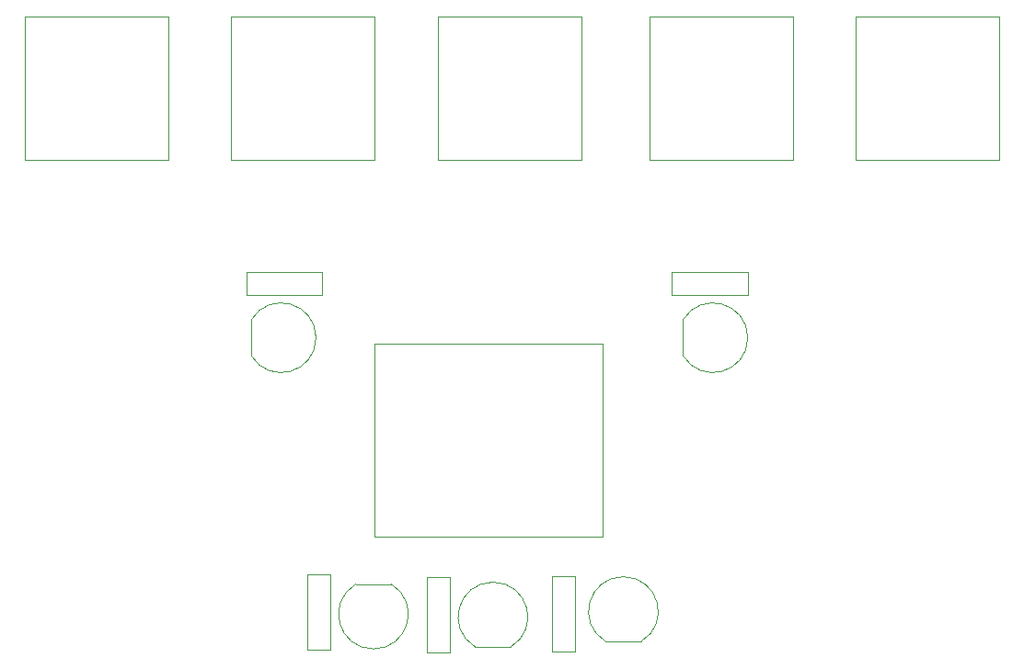
<source format=gbr>
%TF.GenerationSoftware,KiCad,Pcbnew,8.0.1*%
%TF.CreationDate,2025-07-05T17:57:54-03:00*%
%TF.ProjectId,camera,63616d65-7261-42e6-9b69-6361645f7063,rev?*%
%TF.SameCoordinates,Original*%
%TF.FileFunction,Other,User*%
%FSLAX46Y46*%
G04 Gerber Fmt 4.6, Leading zero omitted, Abs format (unit mm)*
G04 Created by KiCad (PCBNEW 8.0.1) date 2025-07-05 17:57:54*
%MOMM*%
%LPD*%
G01*
G04 APERTURE LIST*
%ADD10C,0.050000*%
G04 APERTURE END LIST*
%TO.C,U1*%
D10*
X155607000Y-104542000D02*
X134632000Y-104542000D01*
X134632000Y-122342000D01*
X155607000Y-122342000D01*
X155607000Y-104542000D01*
%TO.C,SW5*%
X102412000Y-74382000D02*
X115612000Y-74382000D01*
X102412000Y-87582000D02*
X102412000Y-74382000D01*
X115612000Y-74382000D02*
X115612000Y-87582000D01*
X115612000Y-87582000D02*
X102412000Y-87582000D01*
%TO.C,SW4*%
X121412000Y-74382000D02*
X134612000Y-74382000D01*
X121412000Y-87582000D02*
X121412000Y-74382000D01*
X134612000Y-74382000D02*
X134612000Y-87582000D01*
X134612000Y-87582000D02*
X121412000Y-87582000D01*
%TO.C,SW3*%
X140412000Y-74382000D02*
X153612000Y-74382000D01*
X140412000Y-87582000D02*
X140412000Y-74382000D01*
X153612000Y-74382000D02*
X153612000Y-87582000D01*
X153612000Y-87582000D02*
X140412000Y-87582000D01*
%TO.C,SW2*%
X159912000Y-74382000D02*
X173112000Y-74382000D01*
X159912000Y-87582000D02*
X159912000Y-74382000D01*
X173112000Y-74382000D02*
X173112000Y-87582000D01*
X173112000Y-87582000D02*
X159912000Y-87582000D01*
%TO.C,SW1*%
X192112000Y-87582000D02*
X178912000Y-87582000D01*
X192112000Y-74382000D02*
X192112000Y-87582000D01*
X178912000Y-87582000D02*
X178912000Y-74382000D01*
X178912000Y-74382000D02*
X192112000Y-74382000D01*
%TO.C,R5*%
X153062000Y-125912000D02*
X150962000Y-125912000D01*
X150962000Y-125912000D02*
X150962000Y-132892000D01*
X153062000Y-132892000D02*
X153062000Y-125912000D01*
X150962000Y-132892000D02*
X153062000Y-132892000D01*
%TO.C,R4*%
X139462000Y-133012000D02*
X141562000Y-133012000D01*
X141562000Y-133012000D02*
X141562000Y-126032000D01*
X139462000Y-126032000D02*
X139462000Y-133012000D01*
X141562000Y-126032000D02*
X139462000Y-126032000D01*
%TO.C,R3*%
X130562000Y-125762000D02*
X128462000Y-125762000D01*
X128462000Y-125762000D02*
X128462000Y-132742000D01*
X130562000Y-132742000D02*
X130562000Y-125762000D01*
X128462000Y-132742000D02*
X130562000Y-132742000D01*
%TO.C,R2*%
X168962000Y-100032000D02*
X168962000Y-97932000D01*
X168962000Y-97932000D02*
X161982000Y-97932000D01*
X161982000Y-100032000D02*
X168962000Y-100032000D01*
X161982000Y-97932000D02*
X161982000Y-100032000D01*
%TO.C,R1*%
X122792000Y-97932000D02*
X122792000Y-100032000D01*
X122792000Y-100032000D02*
X129772000Y-100032000D01*
X129772000Y-97932000D02*
X122792000Y-97932000D01*
X129772000Y-100032000D02*
X129772000Y-97932000D01*
%TO.C,D5*%
X155872000Y-131962000D02*
G75*
G02*
X159152000Y-131962000I1640000J2756592D01*
G01*
X155872000Y-131962000D02*
X159152000Y-131962000D01*
%TO.C,D4*%
X143872000Y-132462000D02*
G75*
G02*
X147152000Y-132462000I1640000J2756592D01*
G01*
X143872000Y-132462000D02*
X147152000Y-132462000D01*
%TO.C,D3*%
X136152000Y-126692000D02*
X132872000Y-126692000D01*
X136152000Y-126692000D02*
G75*
G02*
X132872000Y-126692000I-1640000J-2756592D01*
G01*
%TO.C,D2*%
X162992000Y-102342000D02*
G75*
G02*
X162992000Y-105622000I2756592J-1640000D01*
G01*
X162992000Y-102342000D02*
X162992000Y-105622000D01*
%TO.C,D1*%
X123262000Y-102342000D02*
X123262000Y-105622000D01*
X123262000Y-102342000D02*
G75*
G02*
X123262000Y-105622000I2756592J-1640000D01*
G01*
%TD*%
M02*

</source>
